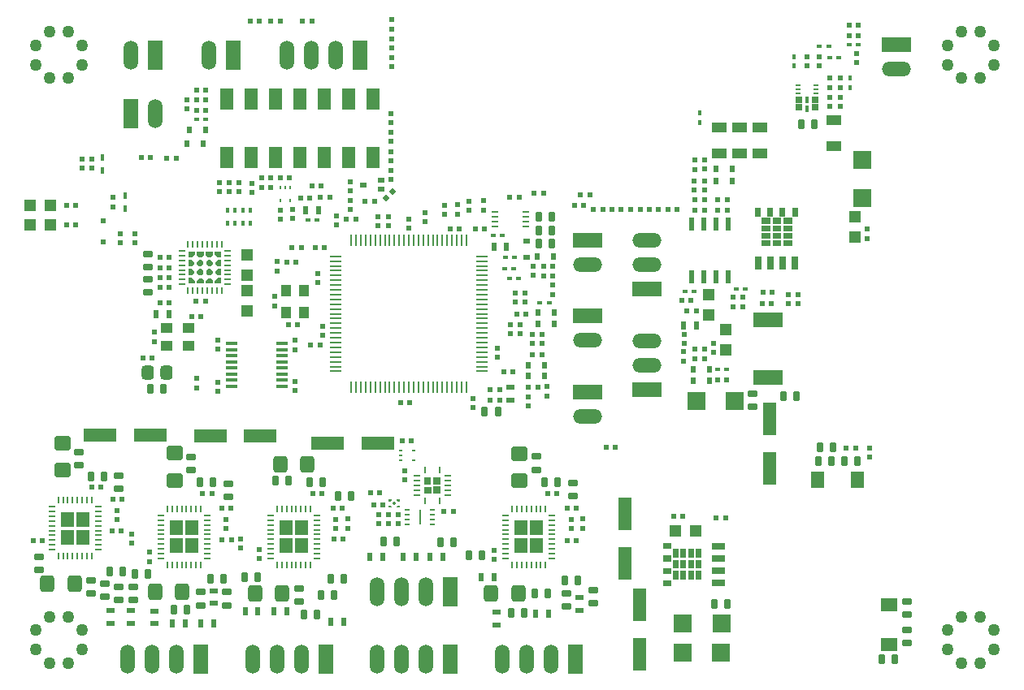
<source format=gtp>
G04*
G04 #@! TF.GenerationSoftware,Altium Limited,Altium Designer,21.0.8 (223)*
G04*
G04 Layer_Color=8421504*
%FSLAX25Y25*%
%MOIN*%
G70*
G04*
G04 #@! TF.SameCoordinates,56364332-CB73-463B-918C-44576425AB2C*
G04*
G04*
G04 #@! TF.FilePolarity,Positive*
G04*
G01*
G75*
%ADD44O,0.11900X0.05900*%
%ADD45R,0.11900X0.05900*%
%ADD46R,0.05900X0.11900*%
%ADD47O,0.05900X0.11900*%
%ADD48R,0.05276X0.06181*%
%ADD49R,0.01378X0.02953*%
%ADD50R,0.02953X0.02559*%
%ADD51R,0.06493X0.04131*%
%ADD52R,0.01965X0.01769*%
%ADD53R,0.01769X0.01965*%
G04:AMPARAMS|DCode=54|XSize=20mil|YSize=22mil|CornerRadius=3.4mil|HoleSize=0mil|Usage=FLASHONLY|Rotation=90.000|XOffset=0mil|YOffset=0mil|HoleType=Round|Shape=RoundedRectangle|*
%AMROUNDEDRECTD54*
21,1,0.02000,0.01520,0,0,90.0*
21,1,0.01320,0.02200,0,0,90.0*
1,1,0.00680,0.00760,0.00660*
1,1,0.00680,0.00760,-0.00660*
1,1,0.00680,-0.00760,-0.00660*
1,1,0.00680,-0.00760,0.00660*
%
%ADD54ROUNDEDRECTD54*%
%ADD55R,0.02162X0.00863*%
G04:AMPARAMS|DCode=56|XSize=27.13mil|YSize=37.37mil|CornerRadius=4.83mil|HoleSize=0mil|Usage=FLASHONLY|Rotation=0.000|XOffset=0mil|YOffset=0mil|HoleType=Round|Shape=RoundedRectangle|*
%AMROUNDEDRECTD56*
21,1,0.02713,0.02772,0,0,0.0*
21,1,0.01748,0.03737,0,0,0.0*
1,1,0.00965,0.00874,-0.01386*
1,1,0.00965,-0.00874,-0.01386*
1,1,0.00965,-0.00874,0.01386*
1,1,0.00965,0.00874,0.01386*
%
%ADD56ROUNDEDRECTD56*%
%ADD57R,0.02438X0.03265*%
G04:AMPARAMS|DCode=58|XSize=20mil|YSize=22mil|CornerRadius=3.4mil|HoleSize=0mil|Usage=FLASHONLY|Rotation=180.000|XOffset=0mil|YOffset=0mil|HoleType=Round|Shape=RoundedRectangle|*
%AMROUNDEDRECTD58*
21,1,0.02000,0.01520,0,0,180.0*
21,1,0.01320,0.02200,0,0,180.0*
1,1,0.00680,-0.00660,0.00760*
1,1,0.00680,0.00660,0.00760*
1,1,0.00680,0.00660,-0.00760*
1,1,0.00680,-0.00660,-0.00760*
%
%ADD58ROUNDEDRECTD58*%
%ADD59R,0.02600X0.05400*%
%ADD60R,0.05400X0.02600*%
G04:AMPARAMS|DCode=61|XSize=20mil|YSize=22mil|CornerRadius=3.4mil|HoleSize=0mil|Usage=FLASHONLY|Rotation=225.000|XOffset=0mil|YOffset=0mil|HoleType=Round|Shape=RoundedRectangle|*
%AMROUNDEDRECTD61*
21,1,0.02000,0.01520,0,0,225.0*
21,1,0.01320,0.02200,0,0,225.0*
1,1,0.00680,-0.01004,0.00071*
1,1,0.00680,-0.00071,0.01004*
1,1,0.00680,0.01004,-0.00071*
1,1,0.00680,0.00071,-0.01004*
%
%ADD61ROUNDEDRECTD61*%
%ADD62R,0.05706X0.08973*%
%ADD63R,0.02950X0.00965*%
%ADD64R,0.05233X0.06887*%
%ADD65R,0.01800X0.02600*%
%ADD66R,0.04800X0.01300*%
%ADD67R,0.07700X0.07700*%
%ADD68R,0.12400X0.06100*%
G04:AMPARAMS|DCode=69|XSize=50mil|YSize=58mil|CornerRadius=12mil|HoleSize=0mil|Usage=FLASHONLY|Rotation=180.000|XOffset=0mil|YOffset=0mil|HoleType=Round|Shape=RoundedRectangle|*
%AMROUNDEDRECTD69*
21,1,0.05000,0.03400,0,0,180.0*
21,1,0.02600,0.05800,0,0,180.0*
1,1,0.02400,-0.01300,0.01700*
1,1,0.02400,0.01300,0.01700*
1,1,0.02400,0.01300,-0.01700*
1,1,0.02400,-0.01300,-0.01700*
%
%ADD69ROUNDEDRECTD69*%
%ADD70R,0.05000X0.04000*%
%ADD71R,0.01800X0.02400*%
G04:AMPARAMS|DCode=72|XSize=27.13mil|YSize=37.37mil|CornerRadius=4.83mil|HoleSize=0mil|Usage=FLASHONLY|Rotation=90.000|XOffset=0mil|YOffset=0mil|HoleType=Round|Shape=RoundedRectangle|*
%AMROUNDEDRECTD72*
21,1,0.02713,0.02772,0,0,90.0*
21,1,0.01748,0.03737,0,0,90.0*
1,1,0.00965,0.01386,0.00874*
1,1,0.00965,0.01386,-0.00874*
1,1,0.00965,-0.01386,-0.00874*
1,1,0.00965,-0.01386,0.00874*
%
%ADD72ROUNDEDRECTD72*%
%ADD73O,0.00784X0.04918*%
%ADD74O,0.04918X0.00784*%
%ADD75R,0.02200X0.02200*%
%ADD76C,0.05000*%
G04:AMPARAMS|DCode=77|XSize=61mil|YSize=69mil|CornerRadius=14.75mil|HoleSize=0mil|Usage=FLASHONLY|Rotation=90.000|XOffset=0mil|YOffset=0mil|HoleType=Round|Shape=RoundedRectangle|*
%AMROUNDEDRECTD77*
21,1,0.06100,0.03950,0,0,90.0*
21,1,0.03150,0.06900,0,0,90.0*
1,1,0.02950,0.01975,0.01575*
1,1,0.02950,0.01975,-0.01575*
1,1,0.02950,-0.01975,-0.01575*
1,1,0.02950,-0.01975,0.01575*
%
%ADD77ROUNDEDRECTD77*%
%ADD78R,0.13186X0.05312*%
%ADD79R,0.02200X0.05800*%
%ADD80R,0.04600X0.04600*%
%ADD81O,0.00784X0.03147*%
%ADD82O,0.03147X0.00784*%
G04:AMPARAMS|DCode=83|XSize=9.02mil|YSize=29.5mil|CornerRadius=3.41mil|HoleSize=0mil|Usage=FLASHONLY|Rotation=180.000|XOffset=0mil|YOffset=0mil|HoleType=Round|Shape=RoundedRectangle|*
%AMROUNDEDRECTD83*
21,1,0.00902,0.02268,0,0,180.0*
21,1,0.00221,0.02950,0,0,180.0*
1,1,0.00682,-0.00110,0.01134*
1,1,0.00682,0.00110,0.01134*
1,1,0.00682,0.00110,-0.01134*
1,1,0.00682,-0.00110,-0.01134*
%
%ADD83ROUNDEDRECTD83*%
G04:AMPARAMS|DCode=84|XSize=9.02mil|YSize=29.5mil|CornerRadius=3.41mil|HoleSize=0mil|Usage=FLASHONLY|Rotation=270.000|XOffset=0mil|YOffset=0mil|HoleType=Round|Shape=RoundedRectangle|*
%AMROUNDEDRECTD84*
21,1,0.00902,0.02268,0,0,270.0*
21,1,0.00221,0.02950,0,0,270.0*
1,1,0.00682,-0.01134,-0.00110*
1,1,0.00682,-0.01134,0.00110*
1,1,0.00682,0.01134,0.00110*
1,1,0.00682,0.01134,-0.00110*
%
%ADD84ROUNDEDRECTD84*%
%ADD85R,0.02162X0.02950*%
%ADD86R,0.02950X0.01965*%
%ADD87R,0.01965X0.00784*%
%ADD88R,0.00587X0.06099*%
%ADD89R,0.01572X0.00981*%
%ADD90O,0.00902X0.02950*%
%ADD91O,0.02950X0.00902*%
%ADD92P,0.01849X4X180.0*%
%ADD93R,0.00981X0.01572*%
%ADD94R,0.03265X0.02438*%
%ADD95R,0.05312X0.13186*%
G04:AMPARAMS|DCode=96|XSize=61mil|YSize=69mil|CornerRadius=14.75mil|HoleSize=0mil|Usage=FLASHONLY|Rotation=180.000|XOffset=0mil|YOffset=0mil|HoleType=Round|Shape=RoundedRectangle|*
%AMROUNDEDRECTD96*
21,1,0.06100,0.03950,0,0,180.0*
21,1,0.03150,0.06900,0,0,180.0*
1,1,0.02950,-0.01575,0.01975*
1,1,0.02950,0.01575,0.01975*
1,1,0.02950,0.01575,-0.01975*
1,1,0.02950,-0.01575,-0.01975*
%
%ADD96ROUNDEDRECTD96*%
%ADD97R,0.04600X0.04600*%
%ADD98R,0.02950X0.02162*%
%ADD99R,0.07700X0.07700*%
%ADD100R,0.04000X0.05000*%
%ADD101R,0.06887X0.05233*%
G36*
X82906Y177884D02*
X81915Y176909D01*
X81098D01*
X80150Y177842D01*
Y179172D01*
X82906D01*
Y177884D01*
D02*
G37*
G36*
X79165D02*
X78175Y176909D01*
X77358D01*
X76410Y177842D01*
Y179172D01*
X79165D01*
Y177884D01*
D02*
G37*
G36*
X86252Y176712D02*
X85071D01*
X83791Y177991D01*
Y179172D01*
X86252D01*
Y176712D01*
D02*
G37*
G36*
X75524Y177991D02*
X74244Y176712D01*
X73063D01*
Y179172D01*
X75524D01*
Y177991D01*
D02*
G37*
G36*
X79067Y174940D02*
Y173956D01*
X78280Y173169D01*
X77295D01*
X76410Y174054D01*
Y174842D01*
X77394Y175826D01*
X78181D01*
X79067Y174940D01*
D02*
G37*
G36*
X86252Y173070D02*
X84963D01*
X83988Y174061D01*
Y174878D01*
X84921Y175826D01*
X86252D01*
Y173070D01*
D02*
G37*
G36*
X82906Y174842D02*
Y174054D01*
X81921Y173070D01*
X81134D01*
X80248Y173956D01*
Y174940D01*
X81035Y175728D01*
X82020D01*
X82906Y174842D01*
D02*
G37*
G36*
X75327Y174842D02*
Y173956D01*
X74441Y173070D01*
X73063D01*
Y175826D01*
X74343D01*
X75327Y174842D01*
D02*
G37*
G36*
X79067Y171200D02*
Y170216D01*
X78280Y169428D01*
X77295D01*
X76410Y170314D01*
Y171102D01*
X77394Y172086D01*
X78181D01*
X79067Y171200D01*
D02*
G37*
G36*
X86252Y169330D02*
X84972D01*
X83988Y170314D01*
Y171200D01*
X84874Y172086D01*
X86252D01*
Y169330D01*
D02*
G37*
G36*
X82906Y171102D02*
Y170314D01*
X81921Y169330D01*
X81134D01*
X80248Y170216D01*
Y171200D01*
X81035Y171987D01*
X82020D01*
X82906Y171102D01*
D02*
G37*
G36*
X75327Y171095D02*
Y170278D01*
X74394Y169330D01*
X73063D01*
Y172086D01*
X74352D01*
X75327Y171095D01*
D02*
G37*
G36*
X86252Y165983D02*
X83791D01*
Y167165D01*
X85071Y168444D01*
X86252D01*
Y165983D01*
D02*
G37*
G36*
X82906Y167314D02*
Y165983D01*
X80150D01*
Y167272D01*
X81140Y168247D01*
X81958D01*
X82906Y167314D01*
D02*
G37*
G36*
X79165D02*
Y165983D01*
X76410D01*
Y167272D01*
X77400Y168247D01*
X78217D01*
X79165Y167314D01*
D02*
G37*
G36*
X75524Y167165D02*
Y165983D01*
X73063D01*
Y168444D01*
X74244D01*
X75524Y167165D01*
D02*
G37*
G36*
X176240Y83543D02*
X173366D01*
Y86378D01*
X176240D01*
Y83543D01*
D02*
G37*
G36*
X172461Y83504D02*
X169626D01*
Y86378D01*
X172461D01*
Y83504D01*
D02*
G37*
G36*
X176240Y79764D02*
X173406D01*
Y82638D01*
X176240D01*
Y79764D01*
D02*
G37*
G36*
X172500D02*
X169626D01*
Y82598D01*
X172500D01*
Y79764D01*
D02*
G37*
G36*
X159624Y76576D02*
X158701Y76576D01*
X158210Y77067D01*
X158210Y77400D01*
X159624D01*
Y76576D01*
D02*
G37*
G36*
X156357Y77067D02*
X155866Y76576D01*
X154943Y76576D01*
Y77400D01*
X156357D01*
X156357Y77067D01*
D02*
G37*
G36*
X159624Y73978D02*
X158210D01*
X158210Y74311D01*
X158701Y74801D01*
X159624Y74802D01*
Y73978D01*
D02*
G37*
G36*
X155866Y74801D02*
X156357Y74311D01*
X156357Y73978D01*
X154943D01*
Y74802D01*
X155866Y74801D01*
D02*
G37*
G36*
X271058Y57045D02*
X267514D01*
Y59407D01*
X271058D01*
Y57045D01*
D02*
G37*
G36*
Y51927D02*
X267514D01*
Y54289D01*
X271058D01*
Y51927D01*
D02*
G37*
G36*
Y46907D02*
X267514D01*
Y49269D01*
X271058D01*
Y46907D01*
D02*
G37*
G36*
Y41789D02*
X267514D01*
Y44151D01*
X271058D01*
Y41789D01*
D02*
G37*
G36*
X322932Y193536D02*
X320570D01*
Y197080D01*
X322932D01*
Y193536D01*
D02*
G37*
G36*
X317814D02*
X315452D01*
Y197080D01*
X317814D01*
Y193536D01*
D02*
G37*
G36*
X312794D02*
X310432D01*
Y197080D01*
X312794D01*
Y193536D01*
D02*
G37*
G36*
X307676D02*
X305314D01*
Y197080D01*
X307676D01*
Y193536D01*
D02*
G37*
G36*
X320570Y190584D02*
X317027D01*
Y192946D01*
X320570D01*
Y190584D01*
D02*
G37*
G36*
X316042D02*
X312499D01*
Y192946D01*
X316042D01*
Y190584D01*
D02*
G37*
G36*
X311515D02*
X307972D01*
Y192946D01*
X311515D01*
Y190584D01*
D02*
G37*
G36*
X320570Y187532D02*
X317027D01*
Y189894D01*
X320570D01*
Y187532D01*
D02*
G37*
G36*
X316042D02*
X312499D01*
Y189894D01*
X316042D01*
Y187532D01*
D02*
G37*
G36*
X311515D02*
X307972D01*
Y189894D01*
X311515D01*
Y187532D01*
D02*
G37*
G36*
X320570Y184383D02*
X317027D01*
Y186745D01*
X320570D01*
Y184383D01*
D02*
G37*
G36*
X316042D02*
X312499D01*
Y186745D01*
X316042D01*
Y184383D01*
D02*
G37*
G36*
X311515D02*
X307972D01*
Y186745D01*
X311515D01*
Y184383D01*
D02*
G37*
G36*
X320570Y181332D02*
X317027D01*
Y183694D01*
X320570D01*
Y181332D01*
D02*
G37*
G36*
X316042D02*
X312499D01*
Y183694D01*
X316042D01*
Y181332D01*
D02*
G37*
G36*
X311515D02*
X307972D01*
Y183694D01*
X311515D01*
Y181332D01*
D02*
G37*
G36*
X283262Y53501D02*
X280900D01*
Y57045D01*
X283262D01*
Y53501D01*
D02*
G37*
G36*
X280211D02*
X277849D01*
Y57045D01*
X280211D01*
Y53501D01*
D02*
G37*
G36*
X277061D02*
X274699D01*
Y57045D01*
X277061D01*
Y53501D01*
D02*
G37*
G36*
X274010D02*
X271648D01*
Y57045D01*
X274010D01*
Y53501D01*
D02*
G37*
G36*
X283262Y48974D02*
X280900D01*
Y52517D01*
X283262D01*
Y48974D01*
D02*
G37*
G36*
X280211D02*
X277849D01*
Y52517D01*
X280211D01*
Y48974D01*
D02*
G37*
G36*
X277061D02*
X274699D01*
Y52517D01*
X277061D01*
Y48974D01*
D02*
G37*
G36*
X274010D02*
X271648D01*
Y52517D01*
X274010D01*
Y48974D01*
D02*
G37*
G36*
X283262Y44446D02*
X280900D01*
Y47990D01*
X283262D01*
Y44446D01*
D02*
G37*
G36*
X280211D02*
X277849D01*
Y47990D01*
X280211D01*
Y44446D01*
D02*
G37*
G36*
X277061D02*
X274699D01*
Y47990D01*
X277061D01*
Y44446D01*
D02*
G37*
G36*
X274010D02*
X271648D01*
Y47990D01*
X274010D01*
Y44446D01*
D02*
G37*
G54D44*
X260958Y142278D02*
D03*
Y132278D02*
D03*
X236697Y173743D02*
D03*
Y142641D02*
D03*
Y111539D02*
D03*
X363158Y254178D02*
D03*
X261057Y173678D02*
D03*
Y183678D02*
D03*
G54D45*
X260958Y122278D02*
D03*
X236697Y183743D02*
D03*
Y152641D02*
D03*
Y121539D02*
D03*
X363158Y264178D02*
D03*
X261057Y163678D02*
D03*
G54D46*
X91483Y259803D02*
D03*
X143278Y259846D02*
D03*
X78083Y11803D02*
D03*
X129264D02*
D03*
X180445Y39362D02*
D03*
Y11803D02*
D03*
X231665Y11842D02*
D03*
X49383Y235703D02*
D03*
X59383Y259803D02*
D03*
G54D47*
X81483D02*
D03*
X113278Y259846D02*
D03*
X123278D02*
D03*
X133278D02*
D03*
X68083Y11803D02*
D03*
X58083D02*
D03*
X48083D02*
D03*
X119264D02*
D03*
X109264D02*
D03*
X99264D02*
D03*
X170445Y39362D02*
D03*
X160445D02*
D03*
X150445D02*
D03*
X170445Y11803D02*
D03*
X160445D02*
D03*
X150445D02*
D03*
X221665Y11842D02*
D03*
X211665D02*
D03*
X201665D02*
D03*
X59383Y235703D02*
D03*
X49383Y259803D02*
D03*
G54D48*
X209325Y58300D02*
D03*
X215787Y65668D02*
D03*
X209329Y65665D02*
D03*
X215786Y58299D02*
D03*
X29648Y61899D02*
D03*
X23191Y69265D02*
D03*
X29649Y69268D02*
D03*
X23187Y61900D02*
D03*
X74386Y58299D02*
D03*
X67929Y65665D02*
D03*
X74387Y65668D02*
D03*
X67925Y58300D02*
D03*
X119386Y58299D02*
D03*
X112929Y65665D02*
D03*
X119387Y65668D02*
D03*
X112925Y58300D02*
D03*
G54D49*
X326565Y241305D02*
D03*
X326565Y237663D02*
D03*
G54D50*
X323218Y238352D02*
D03*
Y241502D02*
D03*
X329911Y238352D02*
D03*
Y241502D02*
D03*
G54D51*
X337565Y233190D02*
D03*
Y222560D02*
D03*
X290665Y230090D02*
D03*
Y219460D02*
D03*
X298865Y230090D02*
D03*
Y219460D02*
D03*
X307265Y230090D02*
D03*
Y219460D02*
D03*
G54D52*
X339789Y258736D02*
D03*
X336019D02*
D03*
X335492Y263402D02*
D03*
X331722D02*
D03*
X197832Y185681D02*
D03*
X201572D02*
D03*
X202661Y172129D02*
D03*
X206432D02*
D03*
X202888Y176794D02*
D03*
X206658D02*
D03*
X293727Y130678D02*
D03*
X289957D02*
D03*
X220846Y158071D02*
D03*
X217076D02*
D03*
X204512Y168192D02*
D03*
X208282D02*
D03*
X80053Y233403D02*
D03*
X76313D02*
D03*
X121987Y192032D02*
D03*
X125728D02*
D03*
X297713Y163903D02*
D03*
X301483D02*
D03*
X280353Y162803D02*
D03*
X276613D02*
D03*
X347697Y264213D02*
D03*
X343957D02*
D03*
G54D53*
X282576Y236035D02*
D03*
Y232265D02*
D03*
X321465Y255329D02*
D03*
Y259099D02*
D03*
X344165Y250345D02*
D03*
Y246575D02*
D03*
G54D54*
X340165D02*
D03*
Y250365D02*
D03*
X331622Y259082D02*
D03*
Y255292D02*
D03*
X335965Y250365D02*
D03*
Y246575D02*
D03*
X326665Y259082D02*
D03*
Y255292D02*
D03*
X335965Y238675D02*
D03*
Y242465D02*
D03*
X340165Y238675D02*
D03*
Y242465D02*
D03*
X194118Y199964D02*
D03*
Y196175D02*
D03*
X93683Y207573D02*
D03*
Y203833D02*
D03*
X89583Y207573D02*
D03*
Y203833D02*
D03*
X159153Y67421D02*
D03*
Y71161D02*
D03*
X155118Y67421D02*
D03*
Y71161D02*
D03*
X151083Y67421D02*
D03*
Y71161D02*
D03*
X115650Y192776D02*
D03*
Y196516D02*
D03*
X276181Y141280D02*
D03*
Y145020D02*
D03*
X43758Y72848D02*
D03*
Y69108D02*
D03*
X84925Y142818D02*
D03*
Y139078D02*
D03*
X116717Y142660D02*
D03*
Y138920D02*
D03*
X116815Y122143D02*
D03*
Y125883D02*
D03*
X85024Y121854D02*
D03*
Y125594D02*
D03*
X101957Y53008D02*
D03*
Y56748D02*
D03*
X45110Y182708D02*
D03*
Y186448D02*
D03*
X108458Y160648D02*
D03*
Y156908D02*
D03*
X56858Y51908D02*
D03*
Y55648D02*
D03*
X169961Y191319D02*
D03*
Y195059D02*
D03*
X88358Y69148D02*
D03*
Y65408D02*
D03*
X133358Y69248D02*
D03*
Y65508D02*
D03*
X156265Y262846D02*
D03*
Y266586D02*
D03*
X284510Y216683D02*
D03*
Y212943D02*
D03*
X198357Y52808D02*
D03*
Y56548D02*
D03*
X229857Y69248D02*
D03*
Y65508D02*
D03*
X189606Y118780D02*
D03*
Y115040D02*
D03*
X58957Y142208D02*
D03*
Y145948D02*
D03*
X109291Y171201D02*
D03*
Y174941D02*
D03*
X126060Y170139D02*
D03*
Y166399D02*
D03*
X199657Y135735D02*
D03*
Y139475D02*
D03*
X29357Y217248D02*
D03*
Y213508D02*
D03*
X352383Y98403D02*
D03*
Y94613D02*
D03*
X99083Y207103D02*
D03*
Y203313D02*
D03*
X85583Y207603D02*
D03*
Y203813D02*
D03*
X51110Y182679D02*
D03*
Y186469D02*
D03*
X72183Y237703D02*
D03*
Y241493D02*
D03*
X347087Y260561D02*
D03*
Y256772D02*
D03*
X163268Y192569D02*
D03*
Y188779D02*
D03*
X76183Y123203D02*
D03*
Y126993D02*
D03*
X351383Y188303D02*
D03*
Y184513D02*
D03*
X41955Y201389D02*
D03*
Y197599D02*
D03*
X33457Y213478D02*
D03*
Y217268D02*
D03*
X280510Y212913D02*
D03*
Y216702D02*
D03*
X150787Y189635D02*
D03*
Y193425D02*
D03*
X280461Y204462D02*
D03*
Y208252D02*
D03*
X284561D02*
D03*
Y204462D02*
D03*
X110728Y196191D02*
D03*
Y192402D02*
D03*
X234658Y69278D02*
D03*
Y65488D02*
D03*
X49558Y63178D02*
D03*
Y59388D02*
D03*
X138157Y69278D02*
D03*
Y65488D02*
D03*
X94458Y61178D02*
D03*
Y57388D02*
D03*
X177957Y198178D02*
D03*
Y194388D02*
D03*
X183403Y198278D02*
D03*
Y194488D02*
D03*
X188119Y199932D02*
D03*
Y196142D02*
D03*
X154823Y189635D02*
D03*
Y193425D02*
D03*
X318983Y157803D02*
D03*
Y161593D02*
D03*
X323083Y157803D02*
D03*
Y161593D02*
D03*
X288357Y137678D02*
D03*
Y141468D02*
D03*
X156024Y216328D02*
D03*
Y220118D02*
D03*
Y235916D02*
D03*
Y232126D02*
D03*
X156102Y228239D02*
D03*
Y224449D02*
D03*
X139409Y200128D02*
D03*
Y196339D02*
D03*
Y207805D02*
D03*
Y204016D02*
D03*
X133543Y193790D02*
D03*
Y190000D02*
D03*
X156260Y258869D02*
D03*
Y255079D02*
D03*
X156181Y270580D02*
D03*
Y274370D02*
D03*
X218057Y145178D02*
D03*
Y141388D02*
D03*
X213958Y145178D02*
D03*
Y141388D02*
D03*
X212357Y115778D02*
D03*
Y119568D02*
D03*
X214357Y169378D02*
D03*
Y173168D02*
D03*
X275925Y134163D02*
D03*
Y137953D02*
D03*
X222220Y161525D02*
D03*
Y165315D02*
D03*
X219921Y123632D02*
D03*
Y119843D02*
D03*
X127855Y144714D02*
D03*
Y148504D02*
D03*
X156004Y208631D02*
D03*
Y212421D02*
D03*
X161713Y85403D02*
D03*
Y89193D02*
D03*
G54D55*
X330305Y244061D02*
D03*
Y245832D02*
D03*
Y247604D02*
D03*
X322825D02*
D03*
Y245832D02*
D03*
Y244061D02*
D03*
G54D56*
X329642Y231475D02*
D03*
X324288D02*
D03*
X221895Y182278D02*
D03*
X216541D02*
D03*
X222008Y193504D02*
D03*
X216653D02*
D03*
X221895Y187828D02*
D03*
X216541D02*
D03*
X57430Y122678D02*
D03*
X62785D02*
D03*
X288580Y34378D02*
D03*
X293935D02*
D03*
X214880Y38878D02*
D03*
X220235D02*
D03*
X193335Y54278D02*
D03*
X187980D02*
D03*
X210635Y30678D02*
D03*
X205280D02*
D03*
X224235Y84478D02*
D03*
X218880D02*
D03*
X227280Y44078D02*
D03*
X232635D02*
D03*
X96080Y45478D02*
D03*
X101435D02*
D03*
X127180Y38178D02*
D03*
X132535D02*
D03*
X108780Y85078D02*
D03*
X114135D02*
D03*
X158287Y60138D02*
D03*
X152933D02*
D03*
X181635Y59678D02*
D03*
X176280D02*
D03*
X134180Y78678D02*
D03*
X139535D02*
D03*
X122580Y84378D02*
D03*
X127935D02*
D03*
X136635Y44778D02*
D03*
X131280D02*
D03*
X77680Y84378D02*
D03*
X83035D02*
D03*
X87435Y44678D02*
D03*
X82080D02*
D03*
X72435Y31978D02*
D03*
X67080D02*
D03*
X56360Y46903D02*
D03*
X51006D02*
D03*
X120280Y30178D02*
D03*
X125635D02*
D03*
X332131Y98928D02*
D03*
X337485D02*
D03*
X331380Y93178D02*
D03*
X336735D02*
D03*
X342080D02*
D03*
X347435D02*
D03*
X322435Y119678D02*
D03*
X317080D02*
D03*
X33080Y86878D02*
D03*
X38435D02*
D03*
X46035Y47878D02*
D03*
X40680D02*
D03*
X199823Y113386D02*
D03*
X194468D02*
D03*
X362735Y11778D02*
D03*
X357380D02*
D03*
G54D57*
X203445Y181220D02*
D03*
X198209D02*
D03*
X64976Y153478D02*
D03*
X59739D02*
D03*
X275925Y148819D02*
D03*
X281161D02*
D03*
X215439Y30278D02*
D03*
X220676D02*
D03*
X171939Y53778D02*
D03*
X177176D02*
D03*
X161039D02*
D03*
X166276D02*
D03*
X147339D02*
D03*
X152576D02*
D03*
X126276Y196032D02*
D03*
X121039D02*
D03*
X113201Y31403D02*
D03*
X107965D02*
D03*
X198376Y45578D02*
D03*
X193139D02*
D03*
X66465Y26603D02*
D03*
X71701D02*
D03*
X78065Y26503D02*
D03*
X83301D02*
D03*
X96165Y31403D02*
D03*
X101401D02*
D03*
X131465Y27003D02*
D03*
X136701D02*
D03*
G54D58*
X208508Y201279D02*
D03*
X204718D02*
D03*
X214724Y203189D02*
D03*
X218514D02*
D03*
X103013Y209303D02*
D03*
X106753D02*
D03*
X177756Y72342D02*
D03*
X181496D02*
D03*
X160630Y101378D02*
D03*
X164370D02*
D03*
X149016Y75197D02*
D03*
X152756D02*
D03*
X98364Y273828D02*
D03*
X102104D02*
D03*
X53588Y217928D02*
D03*
X57328D02*
D03*
X45428Y64578D02*
D03*
X41688D02*
D03*
X9206Y60302D02*
D03*
X12946D02*
D03*
X36928Y82278D02*
D03*
X33187D02*
D03*
X41987Y77378D02*
D03*
X45728D02*
D03*
X312106Y157677D02*
D03*
X308366D02*
D03*
X232028Y60578D02*
D03*
X228288D02*
D03*
X65027Y158078D02*
D03*
X61287D02*
D03*
X223927Y79778D02*
D03*
X220187D02*
D03*
X136427Y60978D02*
D03*
X132687D02*
D03*
X90527Y60778D02*
D03*
X86787D02*
D03*
X117620Y149098D02*
D03*
X113880D02*
D03*
X127628Y79678D02*
D03*
X123888D02*
D03*
X82528D02*
D03*
X78787D02*
D03*
X258169Y196378D02*
D03*
X254429D02*
D03*
X228187Y73878D02*
D03*
X231927D02*
D03*
X132387D02*
D03*
X136127D02*
D03*
X86725Y73778D02*
D03*
X90465D02*
D03*
X244187Y98778D02*
D03*
X247927D02*
D03*
X65027Y176878D02*
D03*
X61287D02*
D03*
X65027Y164478D02*
D03*
X61287D02*
D03*
X79893Y158757D02*
D03*
X76153D02*
D03*
X74287Y152278D02*
D03*
X78027D02*
D03*
X54287Y135578D02*
D03*
X58027D02*
D03*
X160039Y117126D02*
D03*
X163779D02*
D03*
X207087Y162078D02*
D03*
X210827D02*
D03*
X117058Y174865D02*
D03*
X113268D02*
D03*
X151408Y80118D02*
D03*
X147618D02*
D03*
X106783Y205403D02*
D03*
X102993D02*
D03*
X26683Y198078D02*
D03*
X22893D02*
D03*
X67883Y217503D02*
D03*
X64093D02*
D03*
X347758Y267923D02*
D03*
X343968D02*
D03*
X76283Y245503D02*
D03*
X80072D02*
D03*
X76283Y241403D02*
D03*
X80072D02*
D03*
X80083Y237203D02*
D03*
X76293D02*
D03*
X293158Y69678D02*
D03*
X289368D02*
D03*
X271858Y70278D02*
D03*
X275647D02*
D03*
X26658Y189978D02*
D03*
X22868D02*
D03*
X65057Y172578D02*
D03*
X61268D02*
D03*
X65057Y168478D02*
D03*
X61268D02*
D03*
X180285Y188484D02*
D03*
X184075D02*
D03*
X114483Y209303D02*
D03*
X110693D02*
D03*
X127294Y206004D02*
D03*
X123504D02*
D03*
X118957Y201178D02*
D03*
X122747D02*
D03*
X130837Y201339D02*
D03*
X127047D02*
D03*
X343927Y272047D02*
D03*
X347717D02*
D03*
X300257Y156478D02*
D03*
X296468D02*
D03*
X312457Y162278D02*
D03*
X308668D02*
D03*
X300257Y160378D02*
D03*
X296468D02*
D03*
X284583Y196003D02*
D03*
X280793D02*
D03*
X293883D02*
D03*
X290093D02*
D03*
X280783Y200303D02*
D03*
X284573D02*
D03*
X290083D02*
D03*
X293872D02*
D03*
X281183Y154903D02*
D03*
X277393D02*
D03*
X289957Y126378D02*
D03*
X293747D02*
D03*
X280757Y135178D02*
D03*
X284547D02*
D03*
X284558Y139178D02*
D03*
X280768D02*
D03*
X110522Y273819D02*
D03*
X106732D02*
D03*
X123593D02*
D03*
X119803D02*
D03*
X128647Y180878D02*
D03*
X124857D02*
D03*
X119247D02*
D03*
X115457D02*
D03*
X137765Y192520D02*
D03*
X141555D02*
D03*
X235128Y198110D02*
D03*
X231339D02*
D03*
X217858Y136878D02*
D03*
X214068D02*
D03*
X218558Y172945D02*
D03*
X222347D02*
D03*
X200531Y118199D02*
D03*
X196741D02*
D03*
X208857Y145328D02*
D03*
X205068D02*
D03*
X190574Y188508D02*
D03*
X194364D02*
D03*
X206058Y129728D02*
D03*
X202268D02*
D03*
X208857Y149228D02*
D03*
X205068D02*
D03*
X216158Y123578D02*
D03*
X212368D02*
D03*
X207057Y158278D02*
D03*
X210847D02*
D03*
X218558Y169060D02*
D03*
X222347D02*
D03*
X196757Y122378D02*
D03*
X200547D02*
D03*
X211357Y153278D02*
D03*
X207568D02*
D03*
X275265Y159038D02*
D03*
X279055D02*
D03*
X269557Y196378D02*
D03*
X273346D02*
D03*
X262010D02*
D03*
X265800D02*
D03*
X246683D02*
D03*
X250472D02*
D03*
X237609Y202284D02*
D03*
X233819D02*
D03*
X242834Y196299D02*
D03*
X239044D02*
D03*
X126821Y140630D02*
D03*
X123031D02*
D03*
X149242Y199902D02*
D03*
X145453D02*
D03*
X342783Y98503D02*
D03*
X346572D02*
D03*
G54D59*
X306771Y174314D02*
D03*
X311771D02*
D03*
X316771D02*
D03*
X321771D02*
D03*
G54D60*
X290280Y43246D02*
D03*
Y48246D02*
D03*
Y53246D02*
D03*
Y58246D02*
D03*
G54D61*
X154070Y201117D02*
D03*
X156750Y203797D02*
D03*
G54D62*
X88583Y217854D02*
D03*
Y241752D02*
D03*
X98583Y217854D02*
D03*
Y241752D02*
D03*
X108583Y217854D02*
D03*
Y241752D02*
D03*
X118583Y217854D02*
D03*
Y241752D02*
D03*
X128583Y217854D02*
D03*
Y241752D02*
D03*
X138583Y217854D02*
D03*
Y241752D02*
D03*
X148583Y217854D02*
D03*
Y241752D02*
D03*
G54D63*
X198804Y195484D02*
D03*
Y193516D02*
D03*
Y191547D02*
D03*
Y189579D02*
D03*
X211403Y195484D02*
D03*
Y193516D02*
D03*
Y191547D02*
D03*
Y189579D02*
D03*
G54D64*
X331147Y85378D02*
D03*
X347368D02*
D03*
G54D65*
X37657Y212422D02*
D03*
Y217934D02*
D03*
X46975Y202147D02*
D03*
Y196635D02*
D03*
G54D66*
X111170Y141332D02*
D03*
Y138832D02*
D03*
X90634Y123782D02*
D03*
X111170Y126282D02*
D03*
X90634D02*
D03*
Y131282D02*
D03*
X111170Y123782D02*
D03*
X90634Y128782D02*
D03*
X111170D02*
D03*
X111170Y131282D02*
D03*
X111170Y136332D02*
D03*
X90634Y133832D02*
D03*
Y136332D02*
D03*
Y141332D02*
D03*
X111170Y133832D02*
D03*
X90634Y138832D02*
D03*
G54D67*
X296932Y117878D02*
D03*
X281157D02*
D03*
X275729Y26346D02*
D03*
X291503D02*
D03*
X291413Y14361D02*
D03*
X275639D02*
D03*
G54D68*
X310591Y127386D02*
D03*
Y151097D02*
D03*
G54D69*
X56358Y129578D02*
D03*
X63898D02*
D03*
G54D70*
X63930Y140436D02*
D03*
X73058D02*
D03*
Y147778D02*
D03*
X63930D02*
D03*
G54D71*
X98409Y190807D02*
D03*
X95260D02*
D03*
X92085D02*
D03*
X88885D02*
D03*
Y196165D02*
D03*
X92085D02*
D03*
X95260D02*
D03*
X98409D02*
D03*
G54D72*
X56157Y167755D02*
D03*
Y162401D02*
D03*
X44357Y87255D02*
D03*
Y81901D02*
D03*
X215558Y94955D02*
D03*
Y89601D02*
D03*
X227857Y38678D02*
D03*
Y33324D02*
D03*
X239057Y40055D02*
D03*
Y34701D02*
D03*
X230658Y84255D02*
D03*
Y78901D02*
D03*
X118283Y35526D02*
D03*
Y40880D02*
D03*
X77983Y33926D02*
D03*
Y39280D02*
D03*
X73958Y94855D02*
D03*
Y89501D02*
D03*
X88783Y33926D02*
D03*
Y39280D02*
D03*
X89258Y83855D02*
D03*
Y78501D02*
D03*
X304358Y120655D02*
D03*
Y115301D02*
D03*
X32958Y44155D02*
D03*
Y38801D02*
D03*
X11499Y48505D02*
D03*
Y53860D02*
D03*
X38658Y37401D02*
D03*
Y42755D02*
D03*
X27957Y96755D02*
D03*
Y91401D02*
D03*
X44408Y36024D02*
D03*
Y41378D02*
D03*
X50208Y41355D02*
D03*
Y36001D02*
D03*
X56158Y172900D02*
D03*
Y178255D02*
D03*
X367758Y35455D02*
D03*
Y30101D02*
D03*
Y23655D02*
D03*
Y18301D02*
D03*
G54D73*
X186958Y183696D02*
D03*
X184990D02*
D03*
X183021D02*
D03*
X181053D02*
D03*
X179084D02*
D03*
X177116D02*
D03*
X175147D02*
D03*
X173179D02*
D03*
X171210D02*
D03*
X169242D02*
D03*
X167273D02*
D03*
X165305D02*
D03*
X163336D02*
D03*
X161368D02*
D03*
X159399D02*
D03*
X157431D02*
D03*
X155462D02*
D03*
X153494D02*
D03*
X151525D02*
D03*
X149557D02*
D03*
X147588D02*
D03*
X145620D02*
D03*
X143651D02*
D03*
X141683D02*
D03*
X139714D02*
D03*
Y123460D02*
D03*
X141683D02*
D03*
X143651D02*
D03*
X145620D02*
D03*
X147588D02*
D03*
X149557D02*
D03*
X151525D02*
D03*
X153494D02*
D03*
X155462D02*
D03*
X157431D02*
D03*
X159399D02*
D03*
X161368D02*
D03*
X163336D02*
D03*
X165305D02*
D03*
X167273D02*
D03*
X169242D02*
D03*
X171210D02*
D03*
X173179D02*
D03*
X175147D02*
D03*
X177116D02*
D03*
X179084D02*
D03*
X181053D02*
D03*
X183021D02*
D03*
X184990D02*
D03*
X186958D02*
D03*
G54D74*
X133218Y177200D02*
D03*
Y175232D02*
D03*
Y173263D02*
D03*
Y171294D02*
D03*
Y169326D02*
D03*
Y167358D02*
D03*
Y165389D02*
D03*
Y163420D02*
D03*
Y161452D02*
D03*
Y159484D02*
D03*
Y157515D02*
D03*
Y155546D02*
D03*
Y153578D02*
D03*
Y151609D02*
D03*
Y149641D02*
D03*
Y147672D02*
D03*
Y145704D02*
D03*
Y143735D02*
D03*
Y141767D02*
D03*
Y139798D02*
D03*
Y137830D02*
D03*
Y135861D02*
D03*
Y133893D02*
D03*
Y131924D02*
D03*
Y129956D02*
D03*
X193454D02*
D03*
Y131924D02*
D03*
Y133893D02*
D03*
Y135861D02*
D03*
Y137830D02*
D03*
Y139798D02*
D03*
Y141767D02*
D03*
Y143735D02*
D03*
Y145704D02*
D03*
Y147672D02*
D03*
Y149641D02*
D03*
Y151609D02*
D03*
Y153578D02*
D03*
Y155546D02*
D03*
Y157515D02*
D03*
Y159484D02*
D03*
Y161452D02*
D03*
Y163420D02*
D03*
Y165389D02*
D03*
Y167358D02*
D03*
Y169326D02*
D03*
Y171294D02*
D03*
Y173263D02*
D03*
Y175232D02*
D03*
Y177200D02*
D03*
G54D75*
X38075Y183103D02*
D03*
Y191834D02*
D03*
G54D76*
X397721Y10239D02*
D03*
X389846D02*
D03*
X384335Y15751D02*
D03*
Y23625D02*
D03*
X389846Y29137D02*
D03*
X397721D02*
D03*
X403232Y23625D02*
D03*
Y15751D02*
D03*
Y255909D02*
D03*
Y263783D02*
D03*
X397721Y269295D02*
D03*
X389846D02*
D03*
X384335Y263783D02*
D03*
Y255909D02*
D03*
X389846Y250397D02*
D03*
X397721D02*
D03*
X29217Y255909D02*
D03*
Y263783D02*
D03*
X23705Y269295D02*
D03*
X15831D02*
D03*
X10319Y263783D02*
D03*
Y255909D02*
D03*
X15831Y250397D02*
D03*
X23705D02*
D03*
X29217Y15751D02*
D03*
Y23625D02*
D03*
X23705Y29137D02*
D03*
X15831D02*
D03*
X10319Y23625D02*
D03*
Y15751D02*
D03*
X15831Y10239D02*
D03*
X23705D02*
D03*
G54D77*
X21158Y100578D02*
D03*
Y89380D02*
D03*
X208683Y96203D02*
D03*
Y85005D02*
D03*
X67158Y85180D02*
D03*
Y96378D02*
D03*
G54D78*
X57194Y103678D02*
D03*
X36721D02*
D03*
X130085Y100478D02*
D03*
X150557D02*
D03*
X81883Y103303D02*
D03*
X102355D02*
D03*
G54D79*
X289458Y190420D02*
D03*
Y168693D02*
D03*
X294458Y190420D02*
D03*
X284458D02*
D03*
X279458D02*
D03*
X294458Y168693D02*
D03*
X284458D02*
D03*
X279458D02*
D03*
G54D80*
X293357Y147078D02*
D03*
Y138744D02*
D03*
X96933Y177661D02*
D03*
Y169327D02*
D03*
X96835Y154826D02*
D03*
Y163160D02*
D03*
X286483Y153269D02*
D03*
Y161603D02*
D03*
X346383Y185069D02*
D03*
Y193403D02*
D03*
G54D81*
X205668Y73499D02*
D03*
X207636D02*
D03*
X209605D02*
D03*
X211573D02*
D03*
X213542D02*
D03*
X215510D02*
D03*
X217479D02*
D03*
X219447D02*
D03*
Y50468D02*
D03*
X217479D02*
D03*
X215510D02*
D03*
X213542D02*
D03*
X211573D02*
D03*
X209605D02*
D03*
X207636D02*
D03*
X205668D02*
D03*
X19530Y54068D02*
D03*
X21498D02*
D03*
X23467D02*
D03*
X25435D02*
D03*
X27404D02*
D03*
X29372D02*
D03*
X31341D02*
D03*
X33310D02*
D03*
Y77099D02*
D03*
X31341D02*
D03*
X29372D02*
D03*
X27404D02*
D03*
X25435D02*
D03*
X23467D02*
D03*
X21498D02*
D03*
X19530D02*
D03*
X64268Y50468D02*
D03*
X66236D02*
D03*
X68205D02*
D03*
X70173D02*
D03*
X72142D02*
D03*
X74110D02*
D03*
X76079D02*
D03*
X78047D02*
D03*
Y73499D02*
D03*
X76079D02*
D03*
X74110D02*
D03*
X72142D02*
D03*
X70173D02*
D03*
X68205D02*
D03*
X66236D02*
D03*
X64268D02*
D03*
X109268Y50468D02*
D03*
X111236D02*
D03*
X113205D02*
D03*
X115173D02*
D03*
X117142D02*
D03*
X119110D02*
D03*
X121079D02*
D03*
X123047D02*
D03*
Y73499D02*
D03*
X121079D02*
D03*
X119110D02*
D03*
X117142D02*
D03*
X115173D02*
D03*
X113205D02*
D03*
X111236D02*
D03*
X109268D02*
D03*
G54D82*
X222125Y70842D02*
D03*
Y68873D02*
D03*
Y66905D02*
D03*
Y64936D02*
D03*
Y62968D02*
D03*
Y60999D02*
D03*
Y59031D02*
D03*
Y57062D02*
D03*
Y55094D02*
D03*
Y53125D02*
D03*
X202990D02*
D03*
Y55094D02*
D03*
Y57062D02*
D03*
Y59031D02*
D03*
Y60999D02*
D03*
Y62968D02*
D03*
Y64936D02*
D03*
Y66905D02*
D03*
Y68873D02*
D03*
Y70842D02*
D03*
X16852Y74442D02*
D03*
Y72473D02*
D03*
Y70505D02*
D03*
Y68536D02*
D03*
Y66568D02*
D03*
Y64599D02*
D03*
Y62631D02*
D03*
Y60662D02*
D03*
Y58694D02*
D03*
Y56725D02*
D03*
X35987D02*
D03*
Y58694D02*
D03*
Y60662D02*
D03*
Y62631D02*
D03*
Y64599D02*
D03*
Y66568D02*
D03*
Y68536D02*
D03*
Y70505D02*
D03*
Y72473D02*
D03*
Y74442D02*
D03*
X61590Y70842D02*
D03*
Y68873D02*
D03*
Y66905D02*
D03*
Y64936D02*
D03*
Y62968D02*
D03*
Y60999D02*
D03*
Y59031D02*
D03*
Y57062D02*
D03*
Y55094D02*
D03*
Y53125D02*
D03*
X80725D02*
D03*
Y55094D02*
D03*
Y57062D02*
D03*
Y59031D02*
D03*
Y60999D02*
D03*
Y62968D02*
D03*
Y64936D02*
D03*
Y66905D02*
D03*
Y68873D02*
D03*
Y70842D02*
D03*
X106590D02*
D03*
Y68873D02*
D03*
Y66905D02*
D03*
Y64936D02*
D03*
Y62968D02*
D03*
Y60999D02*
D03*
Y59031D02*
D03*
Y57062D02*
D03*
Y55094D02*
D03*
Y53125D02*
D03*
X125725D02*
D03*
Y55094D02*
D03*
Y57062D02*
D03*
Y59031D02*
D03*
Y60999D02*
D03*
Y62968D02*
D03*
Y64936D02*
D03*
Y66905D02*
D03*
Y68873D02*
D03*
Y70842D02*
D03*
G54D83*
X72768Y163129D02*
D03*
X74736D02*
D03*
X76705D02*
D03*
X78673D02*
D03*
X80642D02*
D03*
X82610D02*
D03*
X84579D02*
D03*
X86547D02*
D03*
Y182078D02*
D03*
X84579D02*
D03*
X82610D02*
D03*
X80642D02*
D03*
X78673D02*
D03*
X76705D02*
D03*
X74736D02*
D03*
X72768D02*
D03*
G54D84*
X89106Y165688D02*
D03*
Y167657D02*
D03*
Y169625D02*
D03*
Y171594D02*
D03*
Y173562D02*
D03*
Y175531D02*
D03*
Y177499D02*
D03*
Y179468D02*
D03*
X70157D02*
D03*
Y177499D02*
D03*
Y175531D02*
D03*
Y173562D02*
D03*
Y171594D02*
D03*
Y169625D02*
D03*
Y167657D02*
D03*
Y165688D02*
D03*
G54D85*
X80129Y229203D02*
D03*
X73436D02*
D03*
X222904Y154178D02*
D03*
X216211D02*
D03*
X216011Y177127D02*
D03*
X222704D02*
D03*
X222904Y149578D02*
D03*
X216211D02*
D03*
X212265Y127978D02*
D03*
X218957D02*
D03*
X212211Y132578D02*
D03*
X218904D02*
D03*
X289189Y208187D02*
D03*
X295882D02*
D03*
X280011Y126178D02*
D03*
X286704D02*
D03*
X280011Y130778D02*
D03*
X286704D02*
D03*
X289189Y213087D02*
D03*
X295882D02*
D03*
X72236Y223303D02*
D03*
X78929D02*
D03*
G54D86*
X144783Y206594D02*
D03*
X151870Y208563D02*
D03*
Y204626D02*
D03*
G54D87*
X162716Y73032D02*
D03*
Y71063D02*
D03*
Y69095D02*
D03*
Y67126D02*
D03*
X173110Y73032D02*
D03*
Y71063D02*
D03*
Y69095D02*
D03*
Y67126D02*
D03*
G54D88*
X167913Y70079D02*
D03*
G54D89*
X159843Y97455D02*
D03*
Y95472D02*
D03*
Y93490D02*
D03*
X165157Y93504D02*
D03*
Y97441D02*
D03*
G54D90*
X175886Y76651D02*
D03*
X169980D02*
D03*
Y89491D02*
D03*
X175886D02*
D03*
G54D91*
X166513Y79134D02*
D03*
Y81102D02*
D03*
Y83071D02*
D03*
Y85039D02*
D03*
Y87008D02*
D03*
X179353D02*
D03*
Y85039D02*
D03*
Y83071D02*
D03*
Y81102D02*
D03*
Y79134D02*
D03*
G54D92*
X157283Y75689D02*
D03*
G54D93*
X114567Y200197D02*
D03*
X110630D02*
D03*
X110616Y205512D02*
D03*
X112598D02*
D03*
X114581D02*
D03*
G54D94*
X233457Y37096D02*
D03*
Y31860D02*
D03*
X199357Y30996D02*
D03*
Y25760D02*
D03*
X49383Y31621D02*
D03*
Y26385D02*
D03*
X204958Y118060D02*
D03*
Y123296D02*
D03*
X41083Y31621D02*
D03*
Y26385D02*
D03*
X58883Y31603D02*
D03*
Y26367D02*
D03*
X83383Y39921D02*
D03*
Y34685D02*
D03*
G54D95*
X257958Y34214D02*
D03*
Y13742D02*
D03*
X252058Y71414D02*
D03*
Y50942D02*
D03*
X311157Y110414D02*
D03*
Y89942D02*
D03*
G54D96*
X196958Y38778D02*
D03*
X208156D02*
D03*
X110584Y91903D02*
D03*
X121783D02*
D03*
X70381Y39603D02*
D03*
X59183D02*
D03*
X100283Y38703D02*
D03*
X111481D02*
D03*
X15057Y42678D02*
D03*
X26256D02*
D03*
G54D97*
X16291Y198078D02*
D03*
X7958D02*
D03*
X16291Y190078D02*
D03*
X7958D02*
D03*
X272524Y64578D02*
D03*
X280857D02*
D03*
G54D98*
X211613Y176649D02*
D03*
Y183342D02*
D03*
G54D99*
X349383Y216803D02*
D03*
Y201029D02*
D03*
G54D100*
X113072Y154050D02*
D03*
Y163177D02*
D03*
X120414D02*
D03*
Y154050D02*
D03*
G54D101*
X360357Y17768D02*
D03*
Y33988D02*
D03*
M02*

</source>
